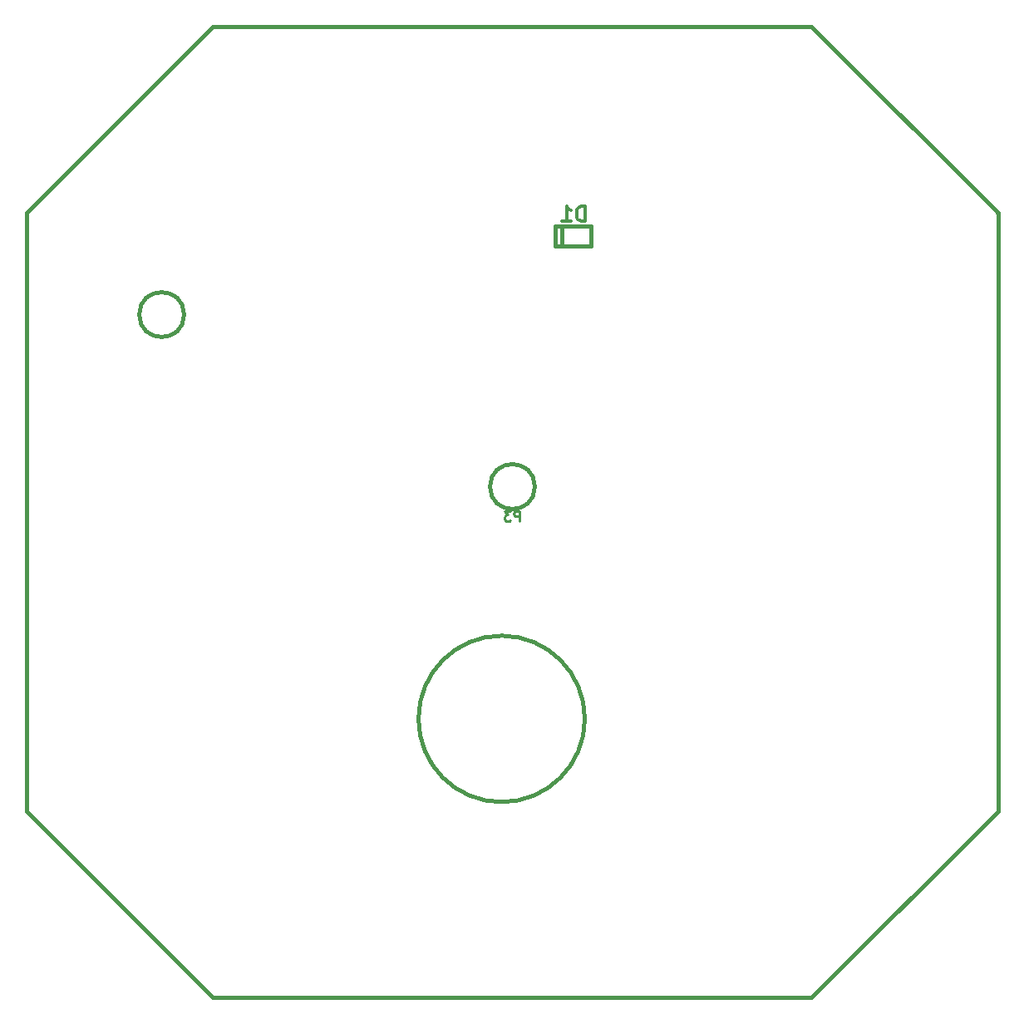
<source format=gbo>
G04 #@! TF.FileFunction,Legend,Bot*
%FSLAX46Y46*%
G04 Gerber Fmt 4.6, Leading zero omitted, Abs format (unit mm)*
G04 Created by KiCad (PCBNEW (after 2015-mar-04 BZR unknown)-product) date Wed 15 Apr 2015 11:54:57 AM CDT*
%MOMM*%
G01*
G04 APERTURE LIST*
%ADD10C,0.150000*%
%ADD11C,0.381000*%
%ADD12C,0.304800*%
%ADD13C,0.254000*%
G04 APERTURE END LIST*
D10*
D11*
X150190200Y-167589200D02*
X89166700Y-167589200D01*
X89166700Y-167589200D02*
X70205600Y-148628100D01*
X150190200Y-68630800D02*
X169176700Y-87617300D01*
X70205600Y-87617300D02*
X89192100Y-68630800D01*
X169176700Y-148602700D02*
X150190200Y-167589200D01*
X169176700Y-87617300D02*
X169176700Y-148602700D01*
X89192100Y-68630800D02*
X150190200Y-68630800D01*
X70205600Y-148628100D02*
X70205600Y-87617300D01*
X127102752Y-139179300D02*
G75*
G03X127102752Y-139179300I-8472052J0D01*
G01*
X169181780Y-148597620D02*
X169181780Y-148590000D01*
X169171620Y-87609680D02*
X169171620Y-87619840D01*
X127198880Y-88999240D02*
X127699260Y-88999240D01*
X127699260Y-88999240D02*
X127699260Y-91000760D01*
X127699260Y-91000760D02*
X127300480Y-91000760D01*
X124801120Y-88999240D02*
X124100080Y-88999240D01*
X124100080Y-88999240D02*
X124100080Y-90899160D01*
X124100080Y-90899160D02*
X124100080Y-91000760D01*
X124100080Y-91000760D02*
X124900180Y-91000760D01*
X127198880Y-88999240D02*
X124801120Y-88999240D01*
X124801120Y-88999240D02*
X124801120Y-90899160D01*
X124801120Y-90899160D02*
X124801120Y-91000760D01*
X124801120Y-91000760D02*
X127198880Y-91000760D01*
X86286000Y-98000000D02*
G75*
G03X86286000Y-98000000I-2286000J0D01*
G01*
X122011440Y-115524280D02*
G75*
G03X122011440Y-115524280I-2286000J0D01*
G01*
D12*
X127124857Y-88489789D02*
X127124857Y-86965789D01*
X126762000Y-86965789D01*
X126544285Y-87038360D01*
X126399143Y-87183503D01*
X126326571Y-87328646D01*
X126254000Y-87618931D01*
X126254000Y-87836646D01*
X126326571Y-88126931D01*
X126399143Y-88272074D01*
X126544285Y-88417217D01*
X126762000Y-88489789D01*
X127124857Y-88489789D01*
X124802571Y-88489789D02*
X125673428Y-88489789D01*
X125238000Y-88489789D02*
X125238000Y-86965789D01*
X125383143Y-87183503D01*
X125528285Y-87328646D01*
X125673428Y-87401217D01*
D13*
X120475344Y-119031899D02*
X120475344Y-118015899D01*
X120088297Y-118015899D01*
X119991535Y-118064280D01*
X119943154Y-118112661D01*
X119894773Y-118209423D01*
X119894773Y-118354566D01*
X119943154Y-118451328D01*
X119991535Y-118499709D01*
X120088297Y-118548090D01*
X120475344Y-118548090D01*
X119556106Y-118015899D02*
X118927154Y-118015899D01*
X119265820Y-118402947D01*
X119120678Y-118402947D01*
X119023916Y-118451328D01*
X118975535Y-118499709D01*
X118927154Y-118596470D01*
X118927154Y-118838375D01*
X118975535Y-118935137D01*
X119023916Y-118983518D01*
X119120678Y-119031899D01*
X119410963Y-119031899D01*
X119507725Y-118983518D01*
X119556106Y-118935137D01*
M02*

</source>
